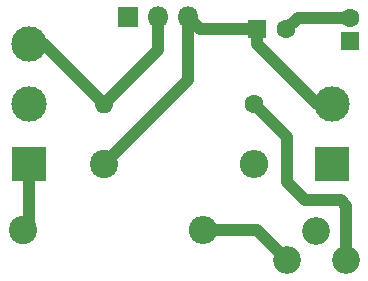
<source format=gbr>
G04 #@! TF.FileFunction,Copper,L1,Top,Signal*
%FSLAX46Y46*%
G04 Gerber Fmt 4.6, Leading zero omitted, Abs format (unit mm)*
G04 Created by KiCad (PCBNEW 4.0.7) date Monday, August 20, 2018 'AMt' 09:41:37 AM*
%MOMM*%
%LPD*%
G01*
G04 APERTURE LIST*
%ADD10C,0.100000*%
%ADD11R,1.600000X1.600000*%
%ADD12C,1.600000*%
%ADD13R,3.000000X3.000000*%
%ADD14C,3.000000*%
%ADD15C,2.400000*%
%ADD16O,2.400000X2.400000*%
%ADD17O,1.600000X1.600000*%
%ADD18C,2.340000*%
%ADD19R,1.800000X1.800000*%
%ADD20O,1.800000X1.800000*%
%ADD21C,1.000000*%
G04 APERTURE END LIST*
D10*
D11*
X169926000Y-79756000D03*
D12*
X169926000Y-77756000D03*
D11*
X162052000Y-78740000D03*
D12*
X164552000Y-78740000D03*
D13*
X142748000Y-90170000D03*
D14*
X142748000Y-85090000D03*
X142748000Y-80010000D03*
D13*
X168402000Y-90170000D03*
D14*
X168402000Y-85090000D03*
D15*
X142240000Y-95758000D03*
D16*
X157480000Y-95758000D03*
D12*
X161798000Y-85090000D03*
D17*
X149098000Y-85090000D03*
D15*
X149098000Y-90170000D03*
D16*
X161798000Y-90170000D03*
D18*
X169592000Y-98298000D03*
X167092000Y-95798000D03*
X164592000Y-98298000D03*
D19*
X151130000Y-77724000D03*
D20*
X153670000Y-77724000D03*
X156210000Y-77724000D03*
D21*
X169926000Y-77756000D02*
X165536000Y-77756000D01*
X165536000Y-77756000D02*
X164552000Y-78740000D01*
X153670000Y-77724000D02*
X153670000Y-80518000D01*
X153670000Y-80518000D02*
X149098000Y-85090000D01*
X142748000Y-80010000D02*
X144018000Y-80010000D01*
X144018000Y-80010000D02*
X149098000Y-85090000D01*
X162052000Y-78740000D02*
X157226000Y-78740000D01*
X157226000Y-78740000D02*
X156210000Y-77724000D01*
X168402000Y-85090000D02*
X167132000Y-85090000D01*
X167132000Y-85090000D02*
X162052000Y-80010000D01*
X162052000Y-80010000D02*
X162052000Y-78740000D01*
X156210000Y-77724000D02*
X156210000Y-83058000D01*
X156210000Y-83058000D02*
X149098000Y-90170000D01*
X142748000Y-90170000D02*
X142748000Y-95250000D01*
X142748000Y-95250000D02*
X142240000Y-95758000D01*
X157480000Y-95758000D02*
X162052000Y-95758000D01*
X162052000Y-95758000D02*
X164592000Y-98298000D01*
X169592000Y-98298000D02*
X169592000Y-93646000D01*
X164592000Y-87884000D02*
X161798000Y-85090000D01*
X164592000Y-91694000D02*
X164592000Y-87884000D01*
X166116000Y-93218000D02*
X164592000Y-91694000D01*
X169164000Y-93218000D02*
X166116000Y-93218000D01*
X169592000Y-93646000D02*
X169164000Y-93218000D01*
M02*

</source>
